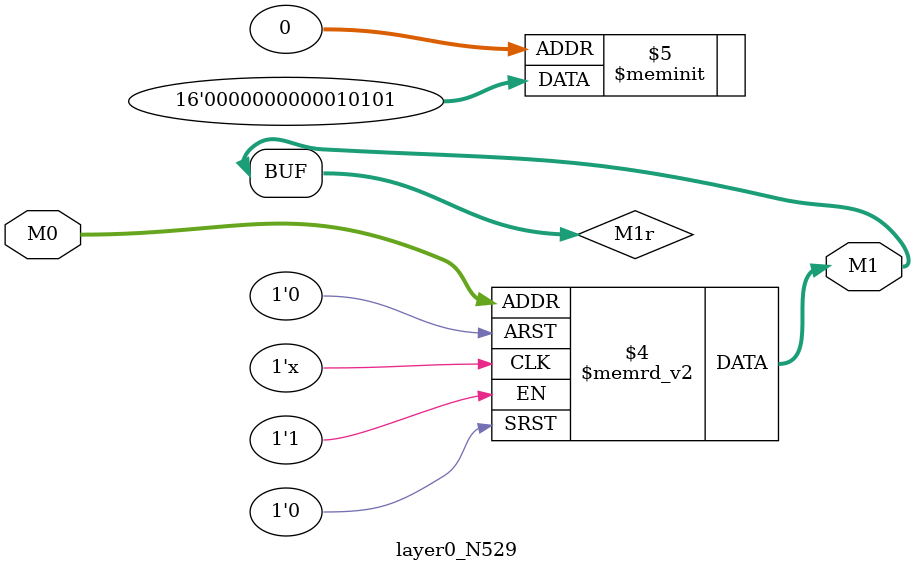
<source format=v>
module layer0_N529 ( input [2:0] M0, output [1:0] M1 );

	(*rom_style = "distributed" *) reg [1:0] M1r;
	assign M1 = M1r;
	always @ (M0) begin
		case (M0)
			3'b000: M1r = 2'b01;
			3'b100: M1r = 2'b00;
			3'b010: M1r = 2'b01;
			3'b110: M1r = 2'b00;
			3'b001: M1r = 2'b01;
			3'b101: M1r = 2'b00;
			3'b011: M1r = 2'b00;
			3'b111: M1r = 2'b00;

		endcase
	end
endmodule

</source>
